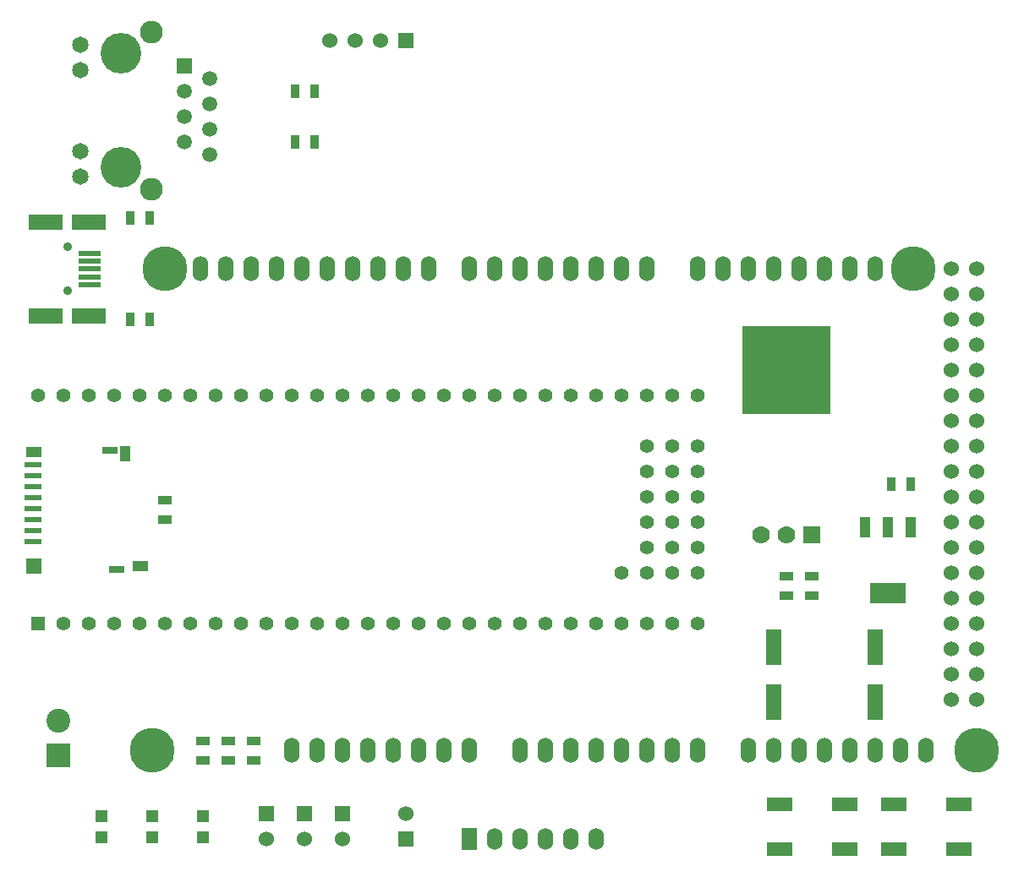
<source format=gts>
G04 (created by PCBNEW (2013-07-07 BZR 4022)-stable) date 22/10/2013 00:57:18*
%MOIN*%
G04 Gerber Fmt 3.4, Leading zero omitted, Abs format*
%FSLAX34Y34*%
G01*
G70*
G90*
G04 APERTURE LIST*
%ADD10C,0.00590551*%
%ADD11R,0.055X0.055*%
%ADD12C,0.055*%
%ADD13R,0.0984X0.055*%
%ADD14R,0.144X0.08*%
%ADD15R,0.04X0.08*%
%ADD16R,0.035X0.055*%
%ADD17R,0.055X0.035*%
%ADD18R,0.06X0.06*%
%ADD19C,0.06*%
%ADD20R,0.0689X0.0236*%
%ADD21R,0.0394X0.0591*%
%ADD22R,0.061X0.0394*%
%ADD23R,0.0591X0.0315*%
%ADD24R,0.0591X0.0591*%
%ADD25R,0.0591X0.0433*%
%ADD26R,0.0886X0.0197*%
%ADD27R,0.1378X0.0591*%
%ADD28C,0.0354*%
%ADD29C,0.1772*%
%ADD30O,0.06X0.1*%
%ADD31C,0.125*%
%ADD32R,0.063X0.1417*%
%ADD33C,0.0944882*%
%ADD34R,0.0944882X0.0944882*%
%ADD35R,0.06X0.0866*%
%ADD36O,0.06X0.0866*%
%ADD37R,0.07X0.07*%
%ADD38C,0.07*%
%ADD39R,0.35X0.35*%
%ADD40R,0.0472X0.0472*%
%ADD41C,0.16*%
%ADD42C,0.0591*%
%ADD43C,0.09*%
%ADD44C,0.065*%
G04 APERTURE END LIST*
G54D10*
G54D11*
X1000Y10000D03*
G54D12*
X2000Y10000D03*
X3000Y10000D03*
X4000Y10000D03*
X5000Y10000D03*
X6000Y10000D03*
X7000Y10000D03*
X8000Y10000D03*
X9000Y10000D03*
X10000Y10000D03*
X11000Y10000D03*
X12000Y10000D03*
X13000Y10000D03*
X14000Y10000D03*
X15000Y10000D03*
X16000Y10000D03*
X17000Y10000D03*
X18000Y10000D03*
X19000Y10000D03*
X20000Y10000D03*
X21000Y10000D03*
X22000Y10000D03*
X23000Y10000D03*
X24000Y10000D03*
X25000Y10000D03*
X26000Y10000D03*
X27000Y10000D03*
X1000Y19000D03*
X2000Y19000D03*
X3000Y19000D03*
X4000Y19000D03*
X5000Y19000D03*
X6000Y19000D03*
X7000Y19000D03*
X8000Y19000D03*
X9000Y19000D03*
X10000Y19000D03*
X11000Y19000D03*
X12000Y19000D03*
X13000Y19000D03*
X14000Y19000D03*
X15000Y19000D03*
X16000Y19000D03*
X17000Y19000D03*
X18000Y19000D03*
X19000Y19000D03*
X20000Y19000D03*
X21000Y19000D03*
X22000Y19000D03*
X23000Y19000D03*
X24000Y19000D03*
X25000Y19000D03*
X26000Y19000D03*
X27000Y19000D03*
X27000Y17000D03*
X26000Y17000D03*
X25000Y17000D03*
X27000Y16000D03*
X26000Y16000D03*
X25000Y16000D03*
X27000Y15000D03*
X26000Y15000D03*
X25000Y15000D03*
X27000Y14000D03*
X26000Y14000D03*
X25000Y14000D03*
X27000Y13000D03*
X26000Y13000D03*
X25000Y13000D03*
X27000Y12000D03*
X26000Y12000D03*
X25000Y12000D03*
X24000Y12000D03*
G54D13*
X32779Y2886D03*
X32779Y1114D03*
X30220Y2886D03*
X30220Y1114D03*
G54D14*
X34500Y11200D03*
G54D15*
X34500Y13800D03*
X33600Y13800D03*
X35400Y13800D03*
G54D16*
X4625Y22000D03*
X5375Y22000D03*
X4625Y26000D03*
X5375Y26000D03*
G54D17*
X31500Y11875D03*
X31500Y11125D03*
X6000Y14125D03*
X6000Y14875D03*
G54D16*
X34625Y15500D03*
X35375Y15500D03*
G54D17*
X30500Y11875D03*
X30500Y11125D03*
X9500Y4625D03*
X9500Y5375D03*
X8500Y4625D03*
X8500Y5375D03*
X7500Y4625D03*
X7500Y5375D03*
G54D18*
X15500Y33000D03*
G54D19*
X14500Y33000D03*
X13500Y33000D03*
X12500Y33000D03*
G54D18*
X13000Y2500D03*
G54D19*
X13000Y1500D03*
G54D18*
X10000Y2500D03*
G54D19*
X10000Y1500D03*
G54D18*
X11500Y2500D03*
G54D19*
X11500Y1500D03*
G54D18*
X15500Y1500D03*
G54D19*
X15500Y2500D03*
G54D20*
X795Y16272D03*
X795Y13241D03*
X795Y13674D03*
X795Y14107D03*
X795Y14540D03*
X795Y14973D03*
X795Y15406D03*
X795Y15839D03*
G54D21*
X4417Y16705D03*
G54D22*
X5028Y12296D03*
G54D23*
X3827Y16843D03*
X4083Y12138D03*
G54D24*
X815Y12276D03*
G54D25*
X835Y16783D03*
G54D26*
X3024Y24000D03*
X3024Y24314D03*
X3024Y23371D03*
G54D27*
X1291Y25850D03*
X2984Y25850D03*
X1291Y22150D03*
X2984Y22150D03*
G54D26*
X3024Y23685D03*
G54D28*
X2157Y24866D03*
X2157Y23134D03*
G54D26*
X3024Y24629D03*
G54D29*
X35500Y24000D03*
X6000Y24000D03*
X38000Y5000D03*
X5500Y5000D03*
G54D30*
X27000Y24000D03*
X28000Y24000D03*
X29000Y24000D03*
X30000Y24000D03*
X31000Y24000D03*
X32000Y24000D03*
X33000Y24000D03*
X34000Y24000D03*
X36000Y5000D03*
X35000Y5000D03*
X34000Y5000D03*
X33000Y5000D03*
X29000Y5000D03*
X27000Y5000D03*
X26000Y5000D03*
X30000Y5000D03*
X31000Y5000D03*
X32000Y5000D03*
X25000Y5000D03*
X24000Y5000D03*
X23000Y5000D03*
X20000Y5000D03*
X21000Y5000D03*
X22000Y5000D03*
X18000Y5000D03*
X17000Y5000D03*
X16000Y5000D03*
X14000Y5000D03*
X13000Y5000D03*
X25000Y24000D03*
X24000Y24000D03*
X23000Y24000D03*
X22000Y24000D03*
X21000Y24000D03*
X20000Y24000D03*
X19000Y24000D03*
X18000Y24000D03*
X16400Y24000D03*
X15400Y24000D03*
X14400Y24000D03*
X13400Y24000D03*
X12400Y24000D03*
X11400Y24000D03*
X10400Y24000D03*
X9400Y24000D03*
X15000Y5000D03*
G54D31*
X38000Y5000D03*
X35500Y24000D03*
X6000Y24000D03*
X5500Y5000D03*
G54D19*
X37000Y23000D03*
X38000Y23000D03*
X37000Y22000D03*
X38000Y22000D03*
X37000Y21000D03*
X38000Y21000D03*
X37000Y20000D03*
X38000Y20000D03*
X37000Y24000D03*
X38000Y24000D03*
X38000Y19000D03*
X37000Y19000D03*
X37000Y18000D03*
X38000Y18000D03*
X37000Y17000D03*
X38000Y17000D03*
X37000Y16000D03*
X38000Y16000D03*
X37000Y15000D03*
X38000Y15000D03*
X37000Y14000D03*
X38000Y14000D03*
X37000Y13000D03*
X38000Y13000D03*
X37000Y12000D03*
X38000Y12000D03*
X37000Y11000D03*
X38000Y11000D03*
X37000Y10000D03*
X38000Y10000D03*
X37000Y9000D03*
X38000Y9000D03*
X37000Y8000D03*
X38000Y8000D03*
X37000Y7000D03*
X38000Y7000D03*
G54D30*
X8400Y24000D03*
X7400Y24000D03*
X12000Y5000D03*
X11000Y5000D03*
G54D32*
X30000Y9083D03*
X30000Y6917D03*
X34000Y9083D03*
X34000Y6917D03*
G54D33*
X1775Y6188D03*
G54D34*
X1775Y4811D03*
G54D35*
X18000Y1500D03*
G54D36*
X19000Y1500D03*
X20000Y1500D03*
X21000Y1500D03*
X22000Y1500D03*
X23000Y1500D03*
G54D37*
X31500Y13500D03*
G54D38*
X29500Y13500D03*
X30500Y13500D03*
G54D39*
X30500Y20000D03*
G54D40*
X3500Y2413D03*
X3500Y1587D03*
X5500Y2413D03*
X5500Y1587D03*
X7500Y2413D03*
X7500Y1587D03*
G54D13*
X37279Y2886D03*
X37279Y1114D03*
X34720Y2886D03*
X34720Y1114D03*
G54D16*
X11125Y31000D03*
X11875Y31000D03*
X11125Y29000D03*
X11875Y29000D03*
G54D41*
X4250Y28000D03*
X4250Y32500D03*
G54D24*
X6750Y32000D03*
G54D42*
X7750Y31500D03*
X6750Y31000D03*
X7750Y30500D03*
X6750Y30000D03*
X7750Y29500D03*
X6750Y29000D03*
X7750Y28500D03*
G54D43*
X5450Y33350D03*
X5450Y27150D03*
G54D44*
X2650Y32850D03*
X2650Y31850D03*
X2650Y28650D03*
X2650Y27650D03*
M02*

</source>
